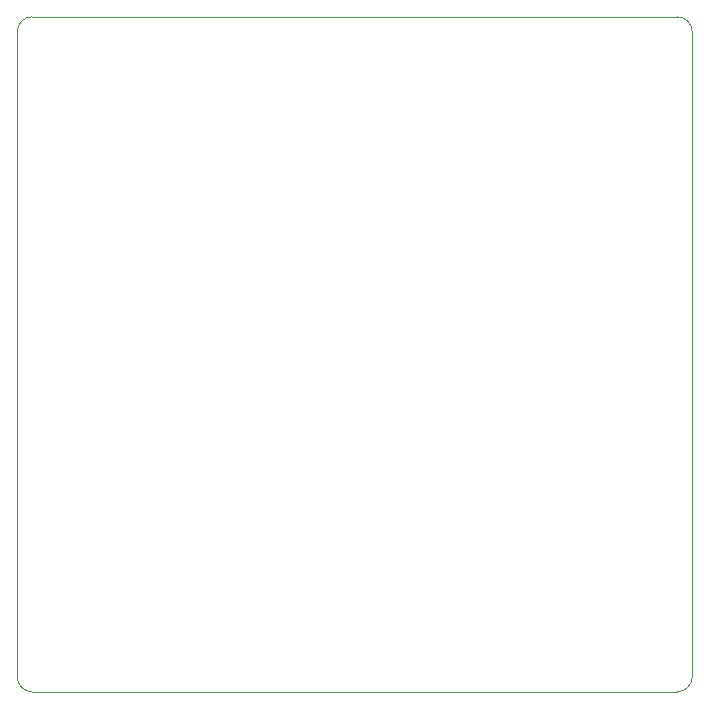
<source format=gbr>
%TF.GenerationSoftware,KiCad,Pcbnew,(5.1.10)-1*%
%TF.CreationDate,2022-07-13T10:10:06+10:00*%
%TF.ProjectId,6_key_lp_macropad,365f6b65-795f-46c7-905f-6d6163726f70,rev?*%
%TF.SameCoordinates,Original*%
%TF.FileFunction,Profile,NP*%
%FSLAX46Y46*%
G04 Gerber Fmt 4.6, Leading zero omitted, Abs format (unit mm)*
G04 Created by KiCad (PCBNEW (5.1.10)-1) date 2022-07-13 10:10:06*
%MOMM*%
%LPD*%
G01*
G04 APERTURE LIST*
%TA.AperFunction,Profile*%
%ADD10C,0.050000*%
%TD*%
G04 APERTURE END LIST*
D10*
X767080000Y60325000D02*
X766445000Y60325000D01*
X767080000Y60325000D02*
X821055000Y60325000D01*
X765175000Y59055000D02*
X765175000Y4445000D01*
X821055000Y3175000D02*
X766445000Y3175000D01*
X822325000Y59055000D02*
X822325000Y4445000D01*
X821055000Y60325000D02*
G75*
G02*
X822325000Y59055000I0J-1270000D01*
G01*
X765175000Y59055000D02*
G75*
G02*
X766445000Y60325000I1270000J0D01*
G01*
X822325000Y4445000D02*
G75*
G02*
X821055000Y3175000I-1270000J0D01*
G01*
X766445000Y3175000D02*
G75*
G02*
X765175000Y4445000I0J1270000D01*
G01*
M02*

</source>
